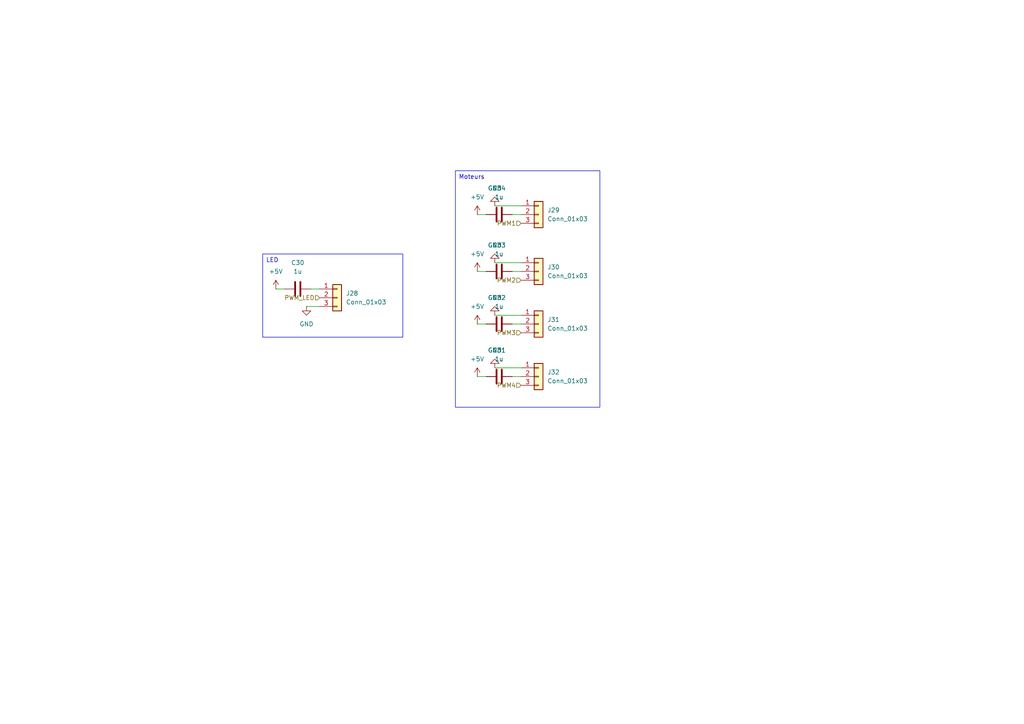
<source format=kicad_sch>
(kicad_sch (version 20250114) (generator "eeschema") (generator_version "9.0")
  (paper "A4")
  (lib_symbols
    (symbol "Connector_Generic:Conn_01x03" (pin_names (offset 1.016) (hide yes))
      (property "Reference" "J" (at 0 5.08 0))
      (property "Value" "Conn_01x03" (at 0 -5.08 0))
      (symbol "Conn_01x03_1_1"
        (rectangle (start -1.27 3.81) (end 1.27 -3.81) (stroke (width 0.254)) (fill (type background)))
        (rectangle (start -1.27 2.667) (end 0 2.413) (stroke (width 0.1524)))
        (rectangle (start -1.27 0.127) (end 0 -0.127) (stroke (width 0.1524)))
        (rectangle (start -1.27 -2.413) (end 0 -2.667) (stroke (width 0.1524)))
        (pin passive line (at -5.08 2.54 0) (length 3.81) (name "Pin_1") (number "1"))
        (pin passive line (at -5.08 0 0) (length 3.81) (name "Pin_2") (number "2"))
        (pin passive line (at -5.08 -2.54 0) (length 3.81) (name "Pin_3") (number "3"))
      )
    )
    (symbol "Device:C" (pin_numbers (hide yes)) (pin_names (offset 0.254))
      (property "Reference" "C" (at 0.635 2.54 0))
      (property "Value" "C" (at 0.635 -2.54 0))
      (symbol "C_0_1"
        (polyline (pts (xy -2.032 0.762) (xy 2.032 0.762)) (stroke (width 0.508)))
        (polyline (pts (xy -2.032 -0.762) (xy 2.032 -0.762)) (stroke (width 0.508)))
      )
      (symbol "C_1_1"
        (pin passive line (at 0 3.81 270) (length 2.794) (name "~") (number "1"))
        (pin passive line (at 0 -3.81 90) (length 2.794) (name "~") (number "2"))
      )
    )
    (symbol "power:+5V" (power) (pin_numbers (hide yes)) (pin_names (offset 0) (hide yes))
      (property "Value" "+5V" (at 0 3.556 0))
      (symbol "+5V_0_1"
        (polyline (pts (xy -0.762 1.27) (xy 0 2.54)))
        (polyline (pts (xy 0 2.54) (xy 0.762 1.27)))
        (polyline (pts (xy 0 0) (xy 0 2.54)))
      )
      (symbol "+5V_1_1"
        (pin power_in line (at 0 0 90) (length 0) (name "~") (number "1"))
      )
    )
    (symbol "power:GND" (power) (pin_numbers (hide yes)) (pin_names (offset 0) (hide yes))
      (property "Value" "GND" (at 0 -3.81 0))
      (symbol "GND_0_1"
        (polyline (pts (xy 0 0) (xy 0 -1.27) (xy 1.27 -1.27) (xy 0 -2.54) (xy -1.27 -1.27) (xy 0 -1.27)))
      )
      (symbol "GND_1_1"
        (pin power_in line (at 0 0 270) (length 0) (name "~") (number "1"))
      )
    )
  )
  (text_box "LED" (at 76.2 73.66 0) (size 40.64 24.13) (margins 0.9525 0.9525 0.9525 0.9525) (effects (font (size 1.27 1.27)) (justify left top)))
  (text_box "Moteurs" (at 132.08 49.53 0) (size 41.91 68.58) (margins 0.9525 0.9525 0.9525 0.9525) (effects (font (size 1.27 1.27)) (justify left top)))
  (wire (pts (xy 148.59 62.23) (xy 151.13 62.23)))
  (wire (pts (xy 148.59 78.74) (xy 151.13 78.74)))
  (wire (pts (xy 148.59 93.98) (xy 151.13 93.98)))
  (wire (pts (xy 138.43 109.22) (xy 140.97 109.22)))
  (wire (pts (xy 143.51 91.44) (xy 151.13 91.44)))
  (wire (pts (xy 143.51 59.69) (xy 151.13 59.69)))
  (wire (pts (xy 138.43 93.98) (xy 140.97 93.98)))
  (wire (pts (xy 90.17 83.82) (xy 92.71 83.82)))
  (wire (pts (xy 80.01 83.82) (xy 82.55 83.82)))
  (wire (pts (xy 138.43 62.23) (xy 140.97 62.23)))
  (wire (pts (xy 143.51 106.68) (xy 151.13 106.68)))
  (wire (pts (xy 138.43 78.74) (xy 140.97 78.74)))
  (wire (pts (xy 148.59 109.22) (xy 151.13 109.22)))
  (wire (pts (xy 88.9 88.9) (xy 92.71 88.9)))
  (wire (pts (xy 143.51 76.2) (xy 151.13 76.2)))
  (hierarchical_label "PWM1" (shape input) (at 151.13 64.77 180))
  (hierarchical_label "PWM3" (shape input) (at 151.13 96.52 180))
  (hierarchical_label "PWM_LED" (shape input) (at 92.71 86.36 180))
  (hierarchical_label "PWM4" (shape input) (at 151.13 111.76 180))
  (hierarchical_label "PWM2" (shape input) (at 151.13 81.28 180))
  (symbol (lib_id "Connector_Generic:Conn_01x03") (at 156.21 78.74 0) (unit 1)
    (property "Reference" "J30" (at 158.75 77.4699 0) (effects (justify left)))
    (property "Value" "Conn_01x03" (at 158.75 80.0099 0) (effects (justify left)))
    (property "Footprint" "Connector_JST:JST_EH_B3B-EH-A_1x03_P2.50mm_Vertical" (effects (hide yes)))
    (property "Description" "Generic connector, single row, 01x03, script generated (kicad-library-utils/schlib/autogen/connector/)" (effects (hide yes)))
  )
  (symbol (lib_id "Connector_Generic:Conn_01x03") (at 97.79 86.36 0) (unit 1)
    (property "Reference" "J28" (at 100.33 85.0899 0) (effects (justify left)))
    (property "Value" "Conn_01x03" (at 100.33 87.6299 0) (effects (justify left)))
    (property "Footprint" "Connector_JST:JST_EH_B3B-EH-A_1x03_P2.50mm_Vertical" (effects (hide yes)))
    (property "Description" "Generic connector, single row, 01x03, script generated (kicad-library-utils/schlib/autogen/connector/)" (effects (hide yes)))
  )
  (symbol (lib_id "Connector_Generic:Conn_01x03") (at 156.21 109.22 0) (unit 1)
    (property "Reference" "J32" (at 158.75 107.9499 0) (effects (justify left)))
    (property "Value" "Conn_01x03" (at 158.75 110.4899 0) (effects (justify left)))
    (property "Footprint" "Connector_JST:JST_EH_B3B-EH-A_1x03_P2.50mm_Vertical" (effects (hide yes)))
    (property "Description" "Generic connector, single row, 01x03, script generated (kicad-library-utils/schlib/autogen/connector/)" (effects (hide yes)))
  )
  (symbol (lib_id "power:GND") (at 143.51 106.68 180) (unit 1)
    (property "Reference" "#PWR067" (effects (hide yes)))
    (property "Value" "GND" (at 143.51 101.6 0))
    (property "Description" "Power symbol creates a global label with name \"GND\" , ground" (effects (hide yes)))
  )
  (symbol (lib_id "Connector_Generic:Conn_01x03") (at 156.21 93.98 0) (unit 1)
    (property "Reference" "J31" (at 158.75 92.7099 0) (effects (justify left)))
    (property "Value" "Conn_01x03" (at 158.75 95.2499 0) (effects (justify left)))
    (property "Footprint" "Connector_JST:JST_EH_B3B-EH-A_1x03_P2.50mm_Vertical" (effects (hide yes)))
    (property "Description" "Generic connector, single row, 01x03, script generated (kicad-library-utils/schlib/autogen/connector/)" (effects (hide yes)))
  )
  (symbol (lib_id "power:GND") (at 88.9 88.9 0) (unit 1)
    (property "Reference" "#PWR059" (effects (hide yes)))
    (property "Value" "GND" (at 88.9 93.98 0))
    (property "Description" "Power symbol creates a global label with name \"GND\" , ground" (effects (hide yes)))
  )
  (symbol (lib_id "power:GND") (at 143.51 76.2 180) (unit 1)
    (property "Reference" "#PWR065" (effects (hide yes)))
    (property "Value" "GND" (at 143.51 71.12 0))
    (property "Description" "Power symbol creates a global label with name \"GND\" , ground" (effects (hide yes)))
  )
  (symbol (lib_id "power:+5V") (at 138.43 78.74 0) (unit 1)
    (property "Reference" "#PWR061" (effects (hide yes)))
    (property "Value" "+5V" (at 138.43 73.66 0))
    (property "Description" "Power symbol creates a global label with name \"+5V\"" (effects (hide yes)))
  )
  (symbol (lib_id "power:+5V") (at 138.43 109.22 0) (unit 1)
    (property "Reference" "#PWR063" (effects (hide yes)))
    (property "Value" "+5V" (at 138.43 104.14 0))
    (property "Description" "Power symbol creates a global label with name \"+5V\"" (effects (hide yes)))
  )
  (symbol (lib_id "power:+5V") (at 138.43 93.98 0) (unit 1)
    (property "Reference" "#PWR062" (effects (hide yes)))
    (property "Value" "+5V" (at 138.43 88.9 0))
    (property "Description" "Power symbol creates a global label with name \"+5V\"" (effects (hide yes)))
  )
  (symbol (lib_id "Device:C") (at 144.78 62.23 90) (unit 1)
    (property "Reference" "C34" (at 144.78 54.61 90))
    (property "Value" "1u" (at 144.78 57.15 90))
    (property "Footprint" "Capacitor_SMD:C_0603_1608Metric" (effects (hide yes)))
    (property "Description" "Unpolarized capacitor" (effects (hide yes)))
  )
  (symbol (lib_id "power:+5V") (at 138.43 62.23 0) (unit 1)
    (property "Reference" "#PWR060" (effects (hide yes)))
    (property "Value" "+5V" (at 138.43 57.15 0))
    (property "Description" "Power symbol creates a global label with name \"+5V\"" (effects (hide yes)))
  )
  (symbol (lib_id "power:GND") (at 143.51 91.44 180) (unit 1)
    (property "Reference" "#PWR066" (effects (hide yes)))
    (property "Value" "GND" (at 143.51 86.36 0))
    (property "Description" "Power symbol creates a global label with name \"GND\" , ground" (effects (hide yes)))
  )
  (symbol (lib_id "Device:C") (at 144.78 109.22 90) (unit 1)
    (property "Reference" "C31" (at 144.78 101.6 90))
    (property "Value" "1u" (at 144.78 104.14 90))
    (property "Footprint" "Capacitor_SMD:C_0603_1608Metric" (effects (hide yes)))
    (property "Description" "Unpolarized capacitor" (effects (hide yes)))
  )
  (symbol (lib_id "Device:C") (at 144.78 93.98 90) (unit 1)
    (property "Reference" "C32" (at 144.78 86.36 90))
    (property "Value" "1u" (at 144.78 88.9 90))
    (property "Footprint" "Capacitor_SMD:C_0603_1608Metric" (effects (hide yes)))
    (property "Description" "Unpolarized capacitor" (effects (hide yes)))
  )
  (symbol (lib_id "Device:C") (at 86.36 83.82 90) (unit 1)
    (property "Reference" "C30" (at 86.36 76.2 90))
    (property "Value" "1u" (at 86.36 78.74 90))
    (property "Footprint" "Capacitor_SMD:C_0603_1608Metric" (effects (hide yes)))
    (property "Description" "Unpolarized capacitor" (effects (hide yes)))
  )
  (symbol (lib_id "power:+5V") (at 80.01 83.82 0) (unit 1)
    (property "Reference" "#PWR058" (effects (hide yes)))
    (property "Value" "+5V" (at 80.01 78.74 0))
    (property "Description" "Power symbol creates a global label with name \"+5V\"" (effects (hide yes)))
  )
  (symbol (lib_id "Device:C") (at 144.78 78.74 90) (unit 1)
    (property "Reference" "C33" (at 144.78 71.12 90))
    (property "Value" "1u" (at 144.78 73.66 90))
    (property "Footprint" "Capacitor_SMD:C_0603_1608Metric" (effects (hide yes)))
    (property "Description" "Unpolarized capacitor" (effects (hide yes)))
  )
  (symbol (lib_id "power:GND") (at 143.51 59.69 180) (unit 1)
    (property "Reference" "#PWR064" (effects (hide yes)))
    (property "Value" "GND" (at 143.51 54.61 0))
    (property "Description" "Power symbol creates a global label with name \"GND\" , ground" (effects (hide yes)))
  )
  (symbol (lib_id "Connector_Generic:Conn_01x03") (at 156.21 62.23 0) (unit 1)
    (property "Reference" "J29" (at 158.75 60.9599 0) (effects (justify left)))
    (property "Value" "Conn_01x03" (at 158.75 63.4999 0) (effects (justify left)))
    (property "Footprint" "Connector_JST:JST_EH_B3B-EH-A_1x03_P2.50mm_Vertical" (effects (hide yes)))
    (property "Description" "Generic connector, single row, 01x03, script generated (kicad-library-utils/schlib/autogen/connector/)" (effects (hide yes)))
  )
)
</source>
